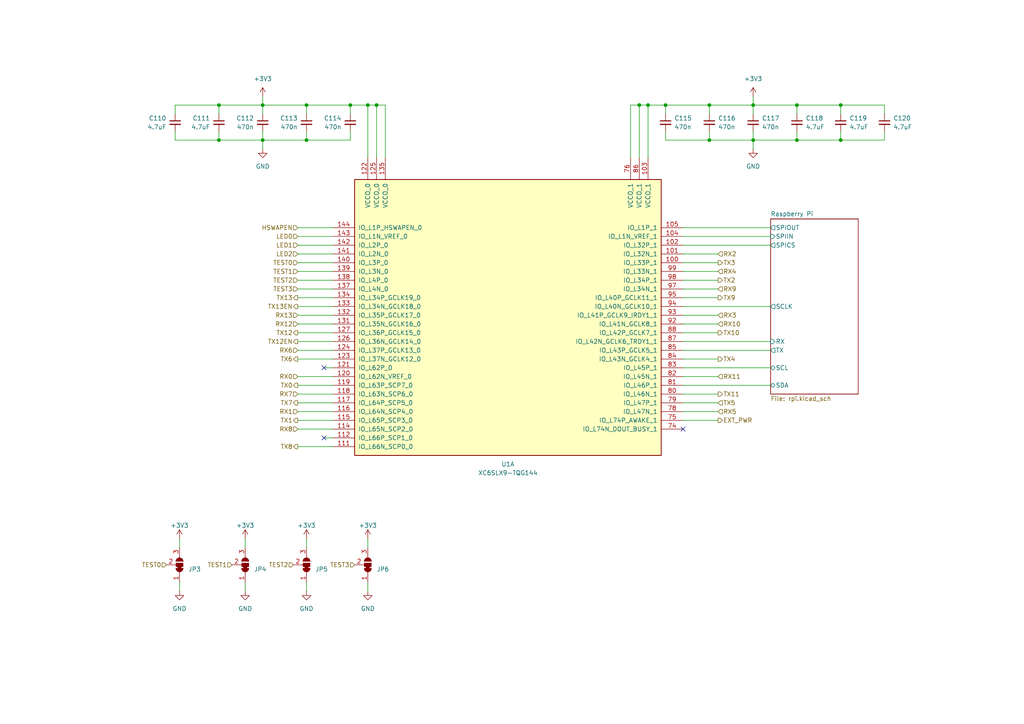
<source format=kicad_sch>
(kicad_sch (version 20250114) (generator "eeschema") (generator_version "9.0")
  (paper "A4")
  (lib_symbols
    (symbol "Device:C_Small" (pin_numbers (hide yes)) (pin_names (offset 0.254) (hide yes))
      (property "Reference" "C" (at 0.254 1.778 0))
      (property "Value" "C_Small" (at 0.254 -2.032 0))
      (symbol "C_Small_0_1"
        (polyline (pts (xy -1.524 0.508) (xy 1.524 0.508)) (stroke (width 0.3048)))
        (polyline (pts (xy -1.524 -0.508) (xy 1.524 -0.508)) (stroke (width 0.3302)))
      )
      (symbol "C_Small_1_1"
        (pin passive line (at 0 2.54 270) (length 2.032) (name "~") (number "1"))
        (pin passive line (at 0 -2.54 90) (length 2.032) (name "~") (number "2"))
      )
    )
    (symbol "FPGA_Xilinx_Spartan6:XC6SLX9-TQG144" (pin_names (offset 1.016))
      (property "Reference" "U" (at 0 1.27 0))
      (property "Value" "XC6SLX9-TQG144" (at 0 -1.27 0))
      (symbol "XC6SLX9-TQG144_1_1"
        (rectangle (start -44.45 36.83) (end 44.45 -43.18) (stroke (width 0.254)) (fill (type background)))
        (pin bidirectional line (at -50.8 22.86 0) (length 6.35) (name "IO_L1P_HSWAPEN_0") (number "144"))
        (pin bidirectional line (at -50.8 20.32 0) (length 6.35) (name "IO_L1N_VREF_0") (number "143"))
        (pin bidirectional line (at -50.8 17.78 0) (length 6.35) (name "IO_L2P_0") (number "142"))
        (pin bidirectional line (at -50.8 15.24 0) (length 6.35) (name "IO_L2N_0") (number "141"))
        (pin bidirectional line (at -50.8 12.7 0) (length 6.35) (name "IO_L3P_0") (number "140"))
        (pin bidirectional line (at -50.8 10.16 0) (length 6.35) (name "IO_L3N_0") (number "139"))
        (pin bidirectional line (at -50.8 7.62 0) (length 6.35) (name "IO_L4P_0") (number "138"))
        (pin bidirectional line (at -50.8 5.08 0) (length 6.35) (name "IO_L4N_0") (number "137"))
        (pin bidirectional line (at -50.8 2.54 0) (length 6.35) (name "IO_L34P_GCLK19_0") (number "134"))
        (pin bidirectional line (at -50.8 0 0) (length 6.35) (name "IO_L34N_GCLK18_0") (number "133"))
        (pin bidirectional line (at -50.8 -2.54 0) (length 6.35) (name "IO_L35P_GCLK17_0") (number "132"))
        (pin bidirectional line (at -50.8 -5.08 0) (length 6.35) (name "IO_L35N_GCLK16_0") (number "131"))
        (pin bidirectional line (at -50.8 -7.62 0) (length 6.35) (name "IO_L36P_GCLK15_0") (number "127"))
        (pin bidirectional line (at -50.8 -10.16 0) (length 6.35) (name "IO_L36N_GCLK14_0") (number "126"))
        (pin bidirectional line (at -50.8 -12.7 0) (length 6.35) (name "IO_L37P_GCLK13_0") (number "124"))
        (pin bidirectional line (at -50.8 -15.24 0) (length 6.35) (name "IO_L37N_GCLK12_0") (number "123"))
        (pin bidirectional line (at -50.8 -17.78 0) (length 6.35) (name "IO_L62P_0") (number "121"))
        (pin bidirectional line (at -50.8 -20.32 0) (length 6.35) (name "IO_L62N_VREF_0") (number "120"))
        (pin bidirectional line (at -50.8 -22.86 0) (length 6.35) (name "IO_L63P_SCP7_0") (number "119"))
        (pin bidirectional line (at -50.8 -25.4 0) (length 6.35) (name "IO_L63N_SCP6_0") (number "118"))
        (pin bidirectional line (at -50.8 -27.94 0) (length 6.35) (name "IO_L64P_SCP5_0") (number "117"))
        (pin bidirectional line (at -50.8 -30.48 0) (length 6.35) (name "IO_L64N_SCP4_0") (number "116"))
        (pin bidirectional line (at -50.8 -33.02 0) (length 6.35) (name "IO_L65P_SCP3_0") (number "115"))
        (pin bidirectional line (at -50.8 -35.56 0) (length 6.35) (name "IO_L65N_SCP2_0") (number "114"))
        (pin bidirectional line (at -50.8 -38.1 0) (length 6.35) (name "IO_L66P_SCP1_0") (number "112"))
        (pin bidirectional line (at -50.8 -40.64 0) (length 6.35) (name "IO_L66N_SCP0_0") (number "111"))
        (pin power_in line (at -40.64 43.18 270) (length 6.35) (name "VCCO_0") (number "122"))
        (pin power_in line (at -38.1 43.18 270) (length 6.35) (name "VCCO_0") (number "125"))
        (pin power_in line (at -35.56 43.18 270) (length 6.35) (name "VCCO_0") (number "135"))
        (pin power_in line (at 35.56 43.18 270) (length 6.35) (name "VCCO_1") (number "76"))
        (pin power_in line (at 38.1 43.18 270) (length 6.35) (name "VCCO_1") (number "86"))
        (pin power_in line (at 40.64 43.18 270) (length 6.35) (name "VCCO_1") (number "103"))
        (pin bidirectional line (at 50.8 22.86 180) (length 6.35) (name "IO_L1P_1") (number "105"))
        (pin bidirectional line (at 50.8 20.32 180) (length 6.35) (name "IO_L1N_VREF_1") (number "104"))
        (pin bidirectional line (at 50.8 17.78 180) (length 6.35) (name "IO_L32P_1") (number "102"))
        (pin bidirectional line (at 50.8 15.24 180) (length 6.35) (name "IO_L32N_1") (number "101"))
        (pin bidirectional line (at 50.8 12.7 180) (length 6.35) (name "IO_L33P_1") (number "100"))
        (pin bidirectional line (at 50.8 10.16 180) (length 6.35) (name "IO_L33N_1") (number "99"))
        (pin bidirectional line (at 50.8 7.62 180) (length 6.35) (name "IO_L34P_1") (number "98"))
        (pin bidirectional line (at 50.8 5.08 180) (length 6.35) (name "IO_L34N_1") (number "97"))
        (pin bidirectional line (at 50.8 2.54 180) (length 6.35) (name "IO_L40P_GCLK11_1") (number "95"))
        (pin bidirectional line (at 50.8 0 180) (length 6.35) (name "IO_L40N_GCLK10_1") (number "94"))
        (pin bidirectional line (at 50.8 -2.54 180) (length 6.35) (name "IO_L41P_GCLK9_IRDY1_1") (number "93"))
        (pin bidirectional line (at 50.8 -5.08 180) (length 6.35) (name "IO_L41N_GCLK8_1") (number "92"))
        (pin bidirectional line (at 50.8 -7.62 180) (length 6.35) (name "IO_L42P_GCLK7_1") (number "88"))
        (pin bidirectional line (at 50.8 -10.16 180) (length 6.35) (name "IO_L42N_GCLK6_TRDY1_1") (number "87"))
        (pin bidirectional line (at 50.8 -12.7 180) (length 6.35) (name "IO_L43P_GCLK5_1") (number "85"))
        (pin bidirectional line (at 50.8 -15.24 180) (length 6.35) (name "IO_L43N_GCLK4_1") (number "84"))
        (pin bidirectional line (at 50.8 -17.78 180) (length 6.35) (name "IO_L45P_1") (number "83"))
        (pin bidirectional line (at 50.8 -20.32 180) (length 6.35) (name "IO_L45N_1") (number "82"))
        (pin bidirectional line (at 50.8 -22.86 180) (length 6.35) (name "IO_L46P_1") (number "81"))
        (pin bidirectional line (at 50.8 -25.4 180) (length 6.35) (name "IO_L46N_1") (number "80"))
        (pin bidirectional line (at 50.8 -27.94 180) (length 6.35) (name "IO_L47P_1") (number "79"))
        (pin bidirectional line (at 50.8 -30.48 180) (length 6.35) (name "IO_L47N_1") (number "78"))
        (pin bidirectional line (at 50.8 -33.02 180) (length 6.35) (name "IO_L74P_AWAKE_1") (number "75"))
        (pin bidirectional line (at 50.8 -35.56 180) (length 6.35) (name "IO_L74N_DOUT_BUSY_1") (number "74"))
      )
      (symbol "XC6SLX9-TQG144_2_1"
        (rectangle (start -44.45 36.83) (end 44.45 -43.18) (stroke (width 0.254)) (fill (type background)))
        (pin bidirectional line (at -50.8 22.86 0) (length 6.35) (name "IO_L1P_CCLK_2") (number "70"))
        (pin bidirectional line (at -50.8 20.32 0) (length 6.35) (name "IO_L1N_M0_CMPMISO_2") (number "69"))
        (pin bidirectional line (at -50.8 17.78 0) (length 6.35) (name "IO_L2P_CMPCLK_2") (number "67"))
        (pin bidirectional line (at -50.8 15.24 0) (length 6.35) (name "IO_L2N_CMPMOSI_2") (number "66"))
        (pin bidirectional line (at -50.8 12.7 0) (length 6.35) (name "IO_L3P_D0_DIN_MISO_MISO1_2") (number "65"))
        (pin bidirectional line (at -50.8 10.16 0) (length 6.35) (name "IO_L3N_MOSI_CSI_B_MISO0_2") (number "64"))
        (pin bidirectional line (at -50.8 7.62 0) (length 6.35) (name "IO_L12P_D1_MISO2_2") (number "62"))
        (pin bidirectional line (at -50.8 5.08 0) (length 6.35) (name "IO_L12N_D2_MISO3_2") (number "61"))
        (pin bidirectional line (at -50.8 2.54 0) (length 6.35) (name "IO_L13P_M1_2") (number "60"))
        (pin bidirectional line (at -50.8 0 0) (length 6.35) (name "IO_L13N_D10_2") (number "59"))
        (pin bidirectional line (at -50.8 -2.54 0) (length 6.35) (name "IO_L14P_D11_2") (number "58"))
        (pin bidirectional line (at -50.8 -5.08 0) (length 6.35) (name "IO_L14N_D12_2") (number "57"))
        (pin bidirectional line (at -50.8 -7.62 0) (length 6.35) (name "IO_L30P_GCLK1_D13_2") (number "56"))
        (pin bidirectional line (at -50.8 -10.16 0) (length 6.35) (name "IO_L30N_GCLK0_USERCCLK_2") (number "55"))
        (pin bidirectional line (at -50.8 -12.7 0) (length 6.35) (name "IO_L31P_GCLK31_D14_2") (number "51"))
        (pin bidirectional line (at -50.8 -15.24 0) (length 6.35) (name "IO_L31N_GCLK30_D15_2") (number "50"))
        (pin bidirectional line (at -50.8 -17.78 0) (length 6.35) (name "IO_L48P_D7_2") (number "48"))
        (pin bidirectional line (at -50.8 -20.32 0) (length 6.35) (name "IO_L48N_RDWR_B_VREF_2") (number "47"))
        (pin bidirectional line (at -50.8 -22.86 0) (length 6.35) (name "IO_L49P_D3_2") (number "46"))
        (pin bidirectional line (at -50.8 -25.4 0) (length 6.35) (name "IO_L49N_D4_2") (number "45"))
        (pin bidirectional line (at -50.8 -27.94 0) (length 6.35) (name "IO_L62P_D5_2") (number "44"))
        (pin bidirectional line (at -50.8 -30.48 0) (length 6.35) (name "IO_L62N_D6_2") (number "43"))
        (pin bidirectional line (at -50.8 -33.02 0) (length 6.35) (name "IO_L64P_D8_2") (number "41"))
        (pin bidirectional line (at -50.8 -35.56 0) (length 6.35) (name "IO_L64N_D9_2") (number "40"))
        (pin bidirectional line (at -50.8 -38.1 0) (length 6.35) (name "IO_L65P_INIT_B_2") (number "39"))
        (pin bidirectional line (at -50.8 -40.64 0) (length 6.35) (name "IO_L65N_CSO_B_2") (number "38"))
        (pin power_in line (at -40.64 43.18 270) (length 6.35) (name "VCCO_2") (number "42"))
        (pin power_in line (at -38.1 43.18 270) (length 6.35) (name "VCCO_2") (number "63"))
        (pin power_in line (at 35.56 43.18 270) (length 6.35) (name "VCCO_3") (number "4"))
        (pin power_in line (at 38.1 43.18 270) (length 6.35) (name "VCCO_3") (number "18"))
        (pin power_in line (at 40.64 43.18 270) (length 6.35) (name "VCCO_3") (number "31"))
        (pin bidirectional line (at 50.8 22.86 180) (length 6.35) (name "IO_L1P_3") (number "35"))
        (pin bidirectional line (at 50.8 20.32 180) (length 6.35) (name "IO_L1N_VREF_3") (number "34"))
        (pin bidirectional line (at 50.8 17.78 180) (length 6.35) (name "IO_L2P_3") (number "33"))
        (pin bidirectional line (at 50.8 15.24 180) (length 6.35) (name "IO_L2N_3") (number "32"))
        (pin bidirectional line (at 50.8 12.7 180) (length 6.35) (name "IO_L36P_3") (number "30"))
        (pin bidirectional line (at 50.8 10.16 180) (length 6.35) (name "IO_L36N_3") (number "29"))
        (pin bidirectional line (at 50.8 7.62 180) (length 6.35) (name "IO_L37P_3") (number "27"))
        (pin bidirectional line (at 50.8 5.08 180) (length 6.35) (name "IO_L37N_3") (number "26"))
        (pin bidirectional line (at 50.8 2.54 180) (length 6.35) (name "IO_L41P_GCLK27_3") (number "24"))
        (pin bidirectional line (at 50.8 0 180) (length 6.35) (name "IO_L41N_GCLK26_3") (number "23"))
        (pin bidirectional line (at 50.8 -2.54 180) (length 6.35) (name "IO_L42P_GCLK25_TRDY2_3") (number "22"))
        (pin bidirectional line (at 50.8 -5.08 180) (length 6.35) (name "IO_L42N_GCLK24_3") (number "21"))
        (pin bidirectional line (at 50.8 -7.62 180) (length 6.35) (name "IO_L43P_GCLK23_3") (number "17"))
        (pin bidirectional line (at 50.8 -10.16 180) (length 6.35) (name "IO_L43N_GCLK22_IRDY2_3") (number "16"))
        (pin bidirectional line (at 50.8 -12.7 180) (length 6.35) (name "IO_L44P_GCLK21_3") (number "15"))
        (pin bidirectional line (at 50.8 -15.24 180) (length 6.35) (name "IO_L44N_GCLK20_3") (number "14"))
        (pin bidirectional line (at 50.8 -17.78 180) (length 6.35) (name "IO_L49P_3") (number "12"))
        (pin bidirectional line (at 50.8 -20.32 180) (length 6.35) (name "IO_L49N_3") (number "11"))
        (pin bidirectional line (at 50.8 -22.86 180) (length 6.35) (name "IO_L50P_3") (number "10"))
        (pin bidirectional line (at 50.8 -25.4 180) (length 6.35) (name "IO_L50N_3") (number "9"))
        (pin bidirectional line (at 50.8 -27.94 180) (length 6.35) (name "IO_L51P_3") (number "8"))
        (pin bidirectional line (at 50.8 -30.48 180) (length 6.35) (name "IO_L51N_3") (number "7"))
        (pin bidirectional line (at 50.8 -33.02 180) (length 6.35) (name "IO_L52P_3") (number "6"))
        (pin bidirectional line (at 50.8 -35.56 180) (length 6.35) (name "IO_L52N_3") (number "5"))
        (pin bidirectional line (at 50.8 -38.1 180) (length 6.35) (name "IO_L83P_3") (number "2"))
        (pin bidirectional line (at 50.8 -40.64 180) (length 6.35) (name "IO_L83N_VREF_3") (number "1"))
      )
      (symbol "XC6SLX9-TQG144_3_1"
        (rectangle (start -31.75 15.24) (end 31.75 -15.24) (stroke (width 0.254)) (fill (type background)))
        (pin bidirectional line (at 38.1 12.7 180) (length 6.35) (name "TDI") (number "110"))
        (pin bidirectional line (at 38.1 10.16 180) (length 6.35) (name "TDO") (number "106"))
        (pin bidirectional line (at 38.1 7.62 180) (length 6.35) (name "TMS") (number "107"))
        (pin bidirectional line (at 38.1 5.08 180) (length 6.35) (name "TCK") (number "109"))
        (pin bidirectional line (at 38.1 0 180) (length 6.35) (name "DONE_2") (number "71"))
        (pin bidirectional line (at 38.1 -2.54 180) (length 6.35) (name "PROGRAM_B_2") (number "37"))
        (pin bidirectional line (at 38.1 -7.62 180) (length 6.35) (name "SUSPEND") (number "73"))
        (pin bidirectional line (at 38.1 -12.7 180) (length 6.35) (name "CMPCS_B_2") (number "72"))
      )
      (symbol "XC6SLX9-TQG144_4_1"
        (rectangle (start -19.05 17.78) (end 19.05 -17.78) (stroke (width 0.254)) (fill (type background)))
        (pin power_in line (at -25.4 15.24 0) (length 6.35) (name "VCCAUX") (number "20"))
        (pin power_in line (at -25.4 12.7 0) (length 6.35) (name "VCCAUX") (number "36"))
        (pin power_in line (at -25.4 10.16 0) (length 6.35) (name "VCCAUX") (number "53"))
        (pin power_in line (at -25.4 7.62 0) (length 6.35) (name "VCCAUX") (number "90"))
        (pin power_in line (at -25.4 5.08 0) (length 6.35) (name "VCCAUX") (number "129"))
        (pin power_in line (at -25.4 0 0) (length 6.35) (name "GND") (number "3"))
        (pin power_in line (at -25.4 -2.54 0) (length 6.35) (name "GND") (number "13"))
        (pin power_in line (at -25.4 -5.08 0) (length 6.35) (name "GND") (number "25"))
        (pin power_in line (at -25.4 -7.62 0) (length 6.35) (name "GND") (number "49"))
        (pin power_in line (at -25.4 -10.16 0) (length 6.35) (name "GND") (number "54"))
        (pin power_in line (at -25.4 -12.7 0) (length 6.35) (name "GND") (number "68"))
        (pin power_in line (at -25.4 -15.24 0) (length 6.35) (name "GND") (number "77"))
        (pin power_in line (at 25.4 15.24 180) (length 6.35) (name "VCCINT") (number "19"))
        (pin power_in line (at 25.4 12.7 180) (length 6.35) (name "VCCINT") (number "28"))
        (pin power_in line (at 25.4 10.16 180) (length 6.35) (name "VCCINT") (number "52"))
        (pin power_in line (at 25.4 7.62 180) (length 6.35) (name "VCCINT") (number "89"))
        (pin power_in line (at 25.4 5.08 180) (length 6.35) (name "VCCINT") (number "128"))
        (pin power_in line (at 25.4 -2.54 180) (length 6.35) (name "GND") (number "91"))
        (pin power_in line (at 25.4 -5.08 180) (length 6.35) (name "GND") (number "96"))
        (pin power_in line (at 25.4 -7.62 180) (length 6.35) (name "GND") (number "108"))
        (pin power_in line (at 25.4 -10.16 180) (length 6.35) (name "GND") (number "113"))
        (pin power_in line (at 25.4 -12.7 180) (length 6.35) (name "GND") (number "130"))
        (pin power_in line (at 25.4 -15.24 180) (length 6.35) (name "GND") (number "136"))
      )
    )
    (symbol "Jumper:SolderJumper_3_Bridged12" (pin_names (offset 0) (hide yes)) (exclude_from_sim yes) (in_bom no)
      (property "Reference" "JP" (at -2.54 -2.54 0))
      (property "Value" "SolderJumper_3_Bridged12" (at 0 2.794 0))
      (symbol "SolderJumper_3_Bridged12_0_1"
        (polyline (pts (xy -2.54 0) (xy -2.032 0)))
        (polyline (pts (xy -1.016 1.016) (xy -1.016 -1.016)))
        (rectangle (start -1.016 0.508) (end -0.508 -0.508) (fill (type outline)))
        (arc (start -1.016 -1.016) (mid -2.0276 0) (end -1.016 1.016))
        (arc (start -1.016 -1.016) (mid -2.0276 0) (end -1.016 1.016) (fill (type outline)))
        (rectangle (start -0.508 1.016) (end 0.508 -1.016) (fill (type outline)))
        (polyline (pts (xy 0 -1.27) (xy 0 -1.016)))
        (arc (start 1.016 1.016) (mid 2.0276 0) (end 1.016 -1.016))
        (arc (start 1.016 1.016) (mid 2.0276 0) (end 1.016 -1.016) (fill (type outline)))
        (polyline (pts (xy 1.016 1.016) (xy 1.016 -1.016)))
        (polyline (pts (xy 2.54 0) (xy 2.032 0)))
      )
      (symbol "SolderJumper_3_Bridged12_1_1"
        (pin passive line (at -5.08 0 0) (length 2.54) (name "A") (number "1"))
        (pin passive line (at 0 -3.81 90) (length 2.54) (name "C") (number "2"))
        (pin passive line (at 5.08 0 180) (length 2.54) (name "B") (number "3"))
      )
    )
    (symbol "power:+3V3" (power) (pin_numbers (hide yes)) (pin_names (offset 0) (hide yes))
      (property "Value" "+3V3" (at 0 3.556 0))
      (symbol "+3V3_0_1"
        (polyline (pts (xy -0.762 1.27) (xy 0 2.54)))
        (polyline (pts (xy 0 2.54) (xy 0.762 1.27)))
        (polyline (pts (xy 0 0) (xy 0 2.54)))
      )
      (symbol "+3V3_1_1"
        (pin power_in line (at 0 0 90) (length 0) (name "~") (number "1"))
      )
    )
    (symbol "power:GND" (power) (pin_numbers (hide yes)) (pin_names (offset 0) (hide yes))
      (property "Value" "GND" (at 0 -3.81 0))
      (symbol "GND_0_1"
        (polyline (pts (xy 0 0) (xy 0 -1.27) (xy 1.27 -1.27) (xy 0 -2.54) (xy -1.27 -1.27) (xy 0 -1.27)))
      )
      (symbol "GND_1_1"
        (pin power_in line (at 0 0 270) (length 0) (name "~") (number "1"))
      )
    )
  )
  (junction (at 218.44 40.64))
  (junction (at 101.6 30.48))
  (junction (at 231.14 30.48))
  (junction (at 187.96 30.48))
  (junction (at 243.84 40.64))
  (junction (at 205.74 30.48))
  (junction (at 193.04 30.48))
  (junction (at 218.44 30.48))
  (junction (at 63.5 30.48))
  (junction (at 88.9 40.64))
  (junction (at 243.84 30.48))
  (junction (at 205.74 40.64))
  (junction (at 106.68 30.48))
  (junction (at 88.9 30.48))
  (junction (at 231.14 40.64))
  (junction (at 76.2 40.64))
  (junction (at 109.22 30.48))
  (junction (at 185.42 30.48))
  (junction (at 76.2 30.48))
  (junction (at 63.5 40.64))
  (no_connect (at 93.98 127))
  (no_connect (at 198.12 124.46))
  (no_connect (at 93.98 106.68))
  (wire (pts (xy 76.2 30.48) (xy 76.2 33.02)))
  (wire (pts (xy 50.8 40.64) (xy 63.5 40.64)))
  (wire (pts (xy 198.12 121.92) (xy 208.28 121.92)))
  (wire (pts (xy 256.54 40.64) (xy 243.84 40.64)))
  (wire (pts (xy 86.36 86.36) (xy 96.52 86.36)))
  (wire (pts (xy 93.98 106.68) (xy 96.52 106.68)))
  (wire (pts (xy 182.88 30.48) (xy 185.42 30.48)))
  (wire (pts (xy 63.5 38.1) (xy 63.5 40.64)))
  (wire (pts (xy 111.76 30.48) (xy 109.22 30.48)))
  (wire (pts (xy 198.12 111.76) (xy 223.52 111.76)))
  (wire (pts (xy 86.36 83.82) (xy 96.52 83.82)))
  (wire (pts (xy 218.44 40.64) (xy 218.44 38.1)))
  (wire (pts (xy 243.84 33.02) (xy 243.84 30.48)))
  (wire (pts (xy 86.36 111.76) (xy 96.52 111.76)))
  (wire (pts (xy 256.54 38.1) (xy 256.54 40.64)))
  (wire (pts (xy 193.04 40.64) (xy 205.74 40.64)))
  (wire (pts (xy 86.36 71.12) (xy 96.52 71.12)))
  (wire (pts (xy 198.12 88.9) (xy 223.52 88.9)))
  (wire (pts (xy 76.2 40.64) (xy 76.2 38.1)))
  (wire (pts (xy 88.9 30.48) (xy 76.2 30.48)))
  (wire (pts (xy 86.36 104.14) (xy 96.52 104.14)))
  (wire (pts (xy 86.36 66.04) (xy 96.52 66.04)))
  (wire (pts (xy 198.12 73.66) (xy 208.28 73.66)))
  (wire (pts (xy 93.98 127) (xy 96.52 127)))
  (wire (pts (xy 205.74 30.48) (xy 205.74 33.02)))
  (wire (pts (xy 86.36 68.58) (xy 96.52 68.58)))
  (wire (pts (xy 109.22 30.48) (xy 106.68 30.48)))
  (wire (pts (xy 205.74 40.64) (xy 218.44 40.64)))
  (wire (pts (xy 198.12 96.52) (xy 208.28 96.52)))
  (wire (pts (xy 88.9 168.91) (xy 88.9 171.45)))
  (wire (pts (xy 205.74 30.48) (xy 218.44 30.48)))
  (wire (pts (xy 88.9 30.48) (xy 88.9 33.02)))
  (wire (pts (xy 198.12 83.82) (xy 208.28 83.82)))
  (wire (pts (xy 198.12 86.36) (xy 208.28 86.36)))
  (wire (pts (xy 198.12 109.22) (xy 208.28 109.22)))
  (wire (pts (xy 71.12 168.91) (xy 71.12 171.45)))
  (wire (pts (xy 198.12 101.6) (xy 223.52 101.6)))
  (wire (pts (xy 243.84 40.64) (xy 231.14 40.64)))
  (wire (pts (xy 198.12 93.98) (xy 208.28 93.98)))
  (wire (pts (xy 198.12 71.12) (xy 223.52 71.12)))
  (wire (pts (xy 86.36 129.54) (xy 96.52 129.54)))
  (wire (pts (xy 109.22 30.48) (xy 109.22 45.72)))
  (wire (pts (xy 71.12 156.21) (xy 71.12 158.75)))
  (wire (pts (xy 231.14 30.48) (xy 243.84 30.48)))
  (wire (pts (xy 52.07 168.91) (xy 52.07 171.45)))
  (wire (pts (xy 198.12 99.06) (xy 223.52 99.06)))
  (wire (pts (xy 63.5 30.48) (xy 76.2 30.48)))
  (wire (pts (xy 198.12 104.14) (xy 208.28 104.14)))
  (wire (pts (xy 101.6 30.48) (xy 101.6 33.02)))
  (wire (pts (xy 198.12 66.04) (xy 223.52 66.04)))
  (wire (pts (xy 231.14 40.64) (xy 218.44 40.64)))
  (wire (pts (xy 198.12 114.3) (xy 208.28 114.3)))
  (wire (pts (xy 76.2 27.94) (xy 76.2 30.48)))
  (wire (pts (xy 86.36 93.98) (xy 96.52 93.98)))
  (wire (pts (xy 218.44 40.64) (xy 218.44 43.18)))
  (wire (pts (xy 198.12 78.74) (xy 208.28 78.74)))
  (wire (pts (xy 193.04 38.1) (xy 193.04 40.64)))
  (wire (pts (xy 106.68 168.91) (xy 106.68 171.45)))
  (wire (pts (xy 86.36 88.9) (xy 96.52 88.9)))
  (wire (pts (xy 111.76 30.48) (xy 111.76 45.72)))
  (wire (pts (xy 185.42 30.48) (xy 187.96 30.48)))
  (wire (pts (xy 198.12 91.44) (xy 208.28 91.44)))
  (wire (pts (xy 50.8 30.48) (xy 63.5 30.48)))
  (wire (pts (xy 86.36 99.06) (xy 96.52 99.06)))
  (wire (pts (xy 187.96 30.48) (xy 193.04 30.48)))
  (wire (pts (xy 218.44 27.94) (xy 218.44 30.48)))
  (wire (pts (xy 86.36 114.3) (xy 96.52 114.3)))
  (wire (pts (xy 198.12 119.38) (xy 208.28 119.38)))
  (wire (pts (xy 101.6 30.48) (xy 88.9 30.48)))
  (wire (pts (xy 86.36 78.74) (xy 96.52 78.74)))
  (wire (pts (xy 198.12 76.2) (xy 208.28 76.2)))
  (wire (pts (xy 218.44 30.48) (xy 218.44 33.02)))
  (wire (pts (xy 86.36 81.28) (xy 96.52 81.28)))
  (wire (pts (xy 193.04 30.48) (xy 193.04 33.02)))
  (wire (pts (xy 63.5 33.02) (xy 63.5 30.48)))
  (wire (pts (xy 88.9 40.64) (xy 76.2 40.64)))
  (wire (pts (xy 106.68 30.48) (xy 106.68 45.72)))
  (wire (pts (xy 86.36 91.44) (xy 96.52 91.44)))
  (wire (pts (xy 243.84 30.48) (xy 256.54 30.48)))
  (wire (pts (xy 86.36 109.22) (xy 96.52 109.22)))
  (wire (pts (xy 50.8 33.02) (xy 50.8 30.48)))
  (wire (pts (xy 88.9 38.1) (xy 88.9 40.64)))
  (wire (pts (xy 193.04 30.48) (xy 205.74 30.48)))
  (wire (pts (xy 256.54 33.02) (xy 256.54 30.48)))
  (wire (pts (xy 101.6 40.64) (xy 88.9 40.64)))
  (wire (pts (xy 86.36 124.46) (xy 96.52 124.46)))
  (wire (pts (xy 231.14 38.1) (xy 231.14 40.64)))
  (wire (pts (xy 231.14 33.02) (xy 231.14 30.48)))
  (wire (pts (xy 243.84 38.1) (xy 243.84 40.64)))
  (wire (pts (xy 86.36 121.92) (xy 96.52 121.92)))
  (wire (pts (xy 88.9 156.21) (xy 88.9 158.75)))
  (wire (pts (xy 182.88 30.48) (xy 182.88 45.72)))
  (wire (pts (xy 50.8 38.1) (xy 50.8 40.64)))
  (wire (pts (xy 86.36 96.52) (xy 96.52 96.52)))
  (wire (pts (xy 86.36 76.2) (xy 96.52 76.2)))
  (wire (pts (xy 198.12 106.68) (xy 223.52 106.68)))
  (wire (pts (xy 86.36 101.6) (xy 96.52 101.6)))
  (wire (pts (xy 198.12 116.84) (xy 208.28 116.84)))
  (wire (pts (xy 52.07 156.21) (xy 52.07 158.75)))
  (wire (pts (xy 106.68 30.48) (xy 101.6 30.48)))
  (wire (pts (xy 185.42 30.48) (xy 185.42 45.72)))
  (wire (pts (xy 86.36 119.38) (xy 96.52 119.38)))
  (wire (pts (xy 63.5 40.64) (xy 76.2 40.64)))
  (wire (pts (xy 205.74 38.1) (xy 205.74 40.64)))
  (wire (pts (xy 231.14 30.48) (xy 218.44 30.48)))
  (wire (pts (xy 198.12 81.28) (xy 208.28 81.28)))
  (wire (pts (xy 187.96 30.48) (xy 187.96 45.72)))
  (wire (pts (xy 106.68 156.21) (xy 106.68 158.75)))
  (wire (pts (xy 198.12 68.58) (xy 223.52 68.58)))
  (wire (pts (xy 86.36 73.66) (xy 96.52 73.66)))
  (wire (pts (xy 86.36 116.84) (xy 96.52 116.84)))
  (wire (pts (xy 101.6 38.1) (xy 101.6 40.64)))
  (wire (pts (xy 76.2 40.64) (xy 76.2 43.18)))
  (hierarchical_label "TX11" (shape output) (at 208.28 114.3 0))
  (hierarchical_label "TEST1" (shape input) (at 67.31 163.83 180))
  (hierarchical_label "TEST0" (shape input) (at 86.36 76.2 180))
  (hierarchical_label "RX1" (shape input) (at 86.36 119.38 180))
  (hierarchical_label "HSWAPEN" (shape input) (at 86.36 66.04 180))
  (hierarchical_label "TX1" (shape output) (at 86.36 121.92 180))
  (hierarchical_label "RX6" (shape input) (at 86.36 101.6 180))
  (hierarchical_label "RX0" (shape input) (at 86.36 109.22 180))
  (hierarchical_label "EXT_PWR" (shape output) (at 208.28 121.92 0))
  (hierarchical_label "RX10" (shape input) (at 208.28 93.98 0))
  (hierarchical_label "RX12" (shape input) (at 86.36 93.98 180))
  (hierarchical_label "TEST1" (shape input) (at 86.36 78.74 180))
  (hierarchical_label "RX2" (shape input) (at 208.28 73.66 0))
  (hierarchical_label "RX5" (shape input) (at 208.28 119.38 0))
  (hierarchical_label "TX7" (shape output) (at 86.36 116.84 180))
  (hierarchical_label "TX4" (shape output) (at 208.28 104.14 0))
  (hierarchical_label "TX2" (shape output) (at 208.28 81.28 0))
  (hierarchical_label "TX5" (shape input) (at 208.28 116.84 0))
  (hierarchical_label "RX13" (shape input) (at 86.36 91.44 180))
  (hierarchical_label "TEST2" (shape input) (at 85.09 163.83 180))
  (hierarchical_label "LED1" (shape input) (at 86.36 71.12 180))
  (hierarchical_label "TEST2" (shape input) (at 86.36 81.28 180))
  (hierarchical_label "TX0" (shape output) (at 86.36 111.76 180))
  (hierarchical_label "RX3" (shape input) (at 208.28 91.44 0))
  (hierarchical_label "TEST3" (shape input) (at 86.36 83.82 180))
  (hierarchical_label "RX7" (shape input) (at 86.36 114.3 180))
  (hierarchical_label "TEST0" (shape input) (at 48.26 163.83 180))
  (hierarchical_label "TX9" (shape output) (at 208.28 86.36 0))
  (hierarchical_label "LED2" (shape input) (at 86.36 73.66 180))
  (hierarchical_label "RX8" (shape input) (at 86.36 124.46 180))
  (hierarchical_label "TX13" (shape output) (at 86.36 86.36 180))
  (hierarchical_label "RX11" (shape input) (at 208.28 109.22 0))
  (hierarchical_label "RX4" (shape input) (at 208.28 78.74 0))
  (hierarchical_label "TX12" (shape output) (at 86.36 96.52 180))
  (hierarchical_label "RX9" (shape input) (at 208.28 83.82 0))
  (hierarchical_label "TEST3" (shape input) (at 102.87 163.83 180))
  (hierarchical_label "TX8" (shape output) (at 86.36 129.54 180))
  (hierarchical_label "LED0" (shape input) (at 86.36 68.58 180))
  (hierarchical_label "TX6" (shape output) (at 86.36 104.14 180))
  (hierarchical_label "TX13EN" (shape output) (at 86.36 88.9 180))
  (hierarchical_label "TX3" (shape output) (at 208.28 76.2 0))
  (hierarchical_label "TX10" (shape output) (at 208.28 96.52 0))
  (hierarchical_label "TX12EN" (shape output) (at 86.36 99.06 180))
  (symbol (lib_id "Device:C_Small") (at 101.6 35.56 0) (mirror y) (unit 1)
    (property "Reference" "C114" (at 99.06 34.2962 0) (effects (justify left)))
    (property "Value" "470n" (at 99.06 36.8362 0) (effects (justify left)))
    (property "Footprint" "Capacitor_SMD:C_0603_1608Metric" (effects (hide yes)))
    (property "Description" "Unpolarized capacitor, small symbol" (effects (hide yes)))
  )
  (symbol (lib_id "power:GND") (at 76.2 43.18 0) (mirror y) (unit 1)
    (property "Reference" "#PWR0114" (effects (hide yes)))
    (property "Value" "GND" (at 76.2 48.26 0))
    (property "Description" "Power symbol creates a global label with name \"GND\" , ground" (effects (hide yes)))
  )
  (symbol (lib_id "power:GND") (at 52.07 171.45 0) (unit 1)
    (property "Reference" "#PWR0237" (effects (hide yes)))
    (property "Value" "GND" (at 52.07 176.53 0))
    (property "Description" "Power symbol creates a global label with name \"GND\" , ground" (effects (hide yes)))
  )
  (symbol (lib_id "Device:C_Small") (at 88.9 35.56 0) (mirror y) (unit 1)
    (property "Reference" "C113" (at 86.36 34.2962 0) (effects (justify left)))
    (property "Value" "470n" (at 86.36 36.8362 0) (effects (justify left)))
    (property "Footprint" "Capacitor_SMD:C_0603_1608Metric" (effects (hide yes)))
    (property "Description" "Unpolarized capacitor, small symbol" (effects (hide yes)))
  )
  (symbol (lib_id "Device:C_Small") (at 218.44 35.56 0) (unit 1)
    (property "Reference" "C117" (at 220.98 34.2962 0) (effects (justify left)))
    (property "Value" "470n" (at 220.98 36.8362 0) (effects (justify left)))
    (property "Footprint" "Capacitor_SMD:C_0603_1608Metric" (effects (hide yes)))
    (property "Description" "Unpolarized capacitor, small symbol" (effects (hide yes)))
  )
  (symbol (lib_id "Jumper:SolderJumper_3_Bridged12") (at 71.12 163.83 270) (mirror x) (unit 1) (exclude_from_sim yes) (in_bom no)
    (property "Reference" "JP4" (at 73.66 165.1001 90) (effects (justify left)))
    (property "Footprint" "Jumper:SolderJumper-3_P1.3mm_Open_RoundedPad1.0x1.5mm" (effects (hide yes)))
    (property "Description" "3-pole Solder Jumper, pins 1+2 closed/bridged" (effects (hide yes)))
  )
  (symbol (lib_id "Device:C_Small") (at 76.2 35.56 0) (mirror y) (unit 1)
    (property "Reference" "C112" (at 73.66 34.2962 0) (effects (justify left)))
    (property "Value" "470n" (at 73.66 36.8362 0) (effects (justify left)))
    (property "Footprint" "Capacitor_SMD:C_0603_1608Metric" (effects (hide yes)))
    (property "Description" "Unpolarized capacitor, small symbol" (effects (hide yes)))
  )
  (symbol (lib_id "power:+3V3") (at 88.9 156.21 0) (unit 1)
    (property "Reference" "#PWR0240" (effects (hide yes)))
    (property "Value" "+3V3" (at 88.9 152.4 0))
    (property "Description" "Power symbol creates a global label with name \"+3V3\"" (effects (hide yes)))
  )
  (symbol (lib_id "Device:C_Small") (at 193.04 35.56 0) (unit 1)
    (property "Reference" "C115" (at 195.58 34.2962 0) (effects (justify left)))
    (property "Value" "470n" (at 195.58 36.8362 0) (effects (justify left)))
    (property "Footprint" "Capacitor_SMD:C_0603_1608Metric" (effects (hide yes)))
    (property "Description" "Unpolarized capacitor, small symbol" (effects (hide yes)))
  )
  (symbol (lib_id "Device:C_Small") (at 231.14 35.56 0) (unit 1)
    (property "Reference" "C118" (at 233.68 34.2962 0) (effects (justify left)))
    (property "Value" "4.7uF" (at 233.68 36.8362 0) (effects (justify left)))
    (property "Footprint" "Capacitor_SMD:C_0603_1608Metric" (effects (hide yes)))
    (property "Description" "Unpolarized capacitor, small symbol" (effects (hide yes)))
  )
  (symbol (lib_id "power:+3V3") (at 71.12 156.21 0) (unit 1)
    (property "Reference" "#PWR0238" (effects (hide yes)))
    (property "Value" "+3V3" (at 71.12 152.4 0))
    (property "Description" "Power symbol creates a global label with name \"+3V3\"" (effects (hide yes)))
  )
  (symbol (lib_id "power:+3V3") (at 52.07 156.21 0) (unit 1)
    (property "Reference" "#PWR0236" (effects (hide yes)))
    (property "Value" "+3V3" (at 52.07 152.4 0))
    (property "Description" "Power symbol creates a global label with name \"+3V3\"" (effects (hide yes)))
  )
  (symbol (lib_id "Device:C_Small") (at 63.5 35.56 0) (mirror y) (unit 1)
    (property "Reference" "C111" (at 60.96 34.2962 0) (effects (justify left)))
    (property "Value" "4.7uF" (at 60.96 36.8362 0) (effects (justify left)))
    (property "Footprint" "Capacitor_SMD:C_0603_1608Metric" (effects (hide yes)))
    (property "Description" "Unpolarized capacitor, small symbol" (effects (hide yes)))
  )
  (symbol (lib_id "power:+3V3") (at 218.44 27.94 0) (unit 1)
    (property "Reference" "#PWR0115" (effects (hide yes)))
    (property "Value" "+3V3" (at 218.44 22.86 0))
    (property "Description" "Power symbol creates a global label with name \"+3V3\"" (effects (hide yes)))
  )
  (symbol (lib_id "Jumper:SolderJumper_3_Bridged12") (at 106.68 163.83 270) (mirror x) (unit 1) (exclude_from_sim yes) (in_bom no)
    (property "Reference" "JP6" (at 109.22 165.1001 90) (effects (justify left)))
    (property "Footprint" "Jumper:SolderJumper-3_P1.3mm_Open_RoundedPad1.0x1.5mm" (effects (hide yes)))
    (property "Description" "3-pole Solder Jumper, pins 1+2 closed/bridged" (effects (hide yes)))
  )
  (symbol (lib_id "Device:C_Small") (at 256.54 35.56 0) (unit 1)
    (property "Reference" "C120" (at 259.08 34.2962 0) (effects (justify left)))
    (property "Value" "4.7uF" (at 259.08 36.8362 0) (effects (justify left)))
    (property "Footprint" "Capacitor_SMD:C_0603_1608Metric" (effects (hide yes)))
    (property "Description" "Unpolarized capacitor, small symbol" (effects (hide yes)))
  )
  (symbol (lib_id "Jumper:SolderJumper_3_Bridged12") (at 52.07 163.83 270) (mirror x) (unit 1) (exclude_from_sim yes) (in_bom no)
    (property "Reference" "JP3" (at 54.61 165.1001 90) (effects (justify left)))
    (property "Footprint" "Jumper:SolderJumper-3_P1.3mm_Open_RoundedPad1.0x1.5mm" (effects (hide yes)))
    (property "Description" "3-pole Solder Jumper, pins 1+2 closed/bridged" (effects (hide yes)))
  )
  (symbol (lib_id "Device:C_Small") (at 243.84 35.56 0) (unit 1)
    (property "Reference" "C119" (at 246.38 34.2962 0) (effects (justify left)))
    (property "Value" "4.7uF" (at 246.38 36.8362 0) (effects (justify left)))
    (property "Footprint" "Capacitor_SMD:C_0603_1608Metric" (effects (hide yes)))
    (property "Description" "Unpolarized capacitor, small symbol" (effects (hide yes)))
  )
  (symbol (lib_id "Device:C_Small") (at 205.74 35.56 0) (unit 1)
    (property "Reference" "C116" (at 208.28 34.2962 0) (effects (justify left)))
    (property "Value" "470n" (at 208.28 36.8362 0) (effects (justify left)))
    (property "Footprint" "Capacitor_SMD:C_0603_1608Metric" (effects (hide yes)))
    (property "Description" "Unpolarized capacitor, small symbol" (effects (hide yes)))
  )
  (symbol (lib_id "power:+3V3") (at 106.68 156.21 0) (unit 1)
    (property "Reference" "#PWR0242" (effects (hide yes)))
    (property "Value" "+3V3" (at 106.68 152.4 0))
    (property "Description" "Power symbol creates a global label with name \"+3V3\"" (effects (hide yes)))
  )
  (symbol (lib_id "Jumper:SolderJumper_3_Bridged12") (at 88.9 163.83 270) (mirror x) (unit 1) (exclude_from_sim yes) (in_bom no)
    (property "Reference" "JP5" (at 91.44 165.1001 90) (effects (justify left)))
    (property "Footprint" "Jumper:SolderJumper-3_P1.3mm_Open_RoundedPad1.0x1.5mm" (effects (hide yes)))
    (property "Description" "3-pole Solder Jumper, pins 1+2 closed/bridged" (effects (hide yes)))
  )
  (symbol (lib_id "power:GND") (at 218.44 43.18 0) (unit 1)
    (property "Reference" "#PWR0116" (effects (hide yes)))
    (property "Value" "GND" (at 218.44 48.26 0))
    (property "Description" "Power symbol creates a global label with name \"GND\" , ground" (effects (hide yes)))
  )
  (symbol (lib_id "power:GND") (at 88.9 171.45 0) (unit 1)
    (property "Reference" "#PWR0241" (effects (hide yes)))
    (property "Value" "GND" (at 88.9 176.53 0))
    (property "Description" "Power symbol creates a global label with name \"GND\" , ground" (effects (hide yes)))
  )
  (symbol (lib_id "power:+3V3") (at 76.2 27.94 0) (mirror y) (unit 1)
    (property "Reference" "#PWR0113" (effects (hide yes)))
    (property "Value" "+3V3" (at 76.2 22.86 0))
    (property "Description" "Power symbol creates a global label with name \"+3V3\"" (effects (hide yes)))
  )
  (symbol (lib_id "power:GND") (at 106.68 171.45 0) (unit 1)
    (property "Reference" "#PWR0243" (effects (hide yes)))
    (property "Value" "GND" (at 106.68 176.53 0))
    (property "Description" "Power symbol creates a global label with name \"GND\" , ground" (effects (hide yes)))
  )
  (symbol (lib_id "Device:C_Small") (at 50.8 35.56 0) (mirror y) (unit 1)
    (property "Reference" "C110" (at 48.26 34.2962 0) (effects (justify left)))
    (property "Value" "4.7uF" (at 48.26 36.8362 0) (effects (justify left)))
    (property "Footprint" "Capacitor_SMD:C_0603_1608Metric" (effects (hide yes)))
    (property "Description" "Unpolarized capacitor, small symbol" (effects (hide yes)))
  )
  (symbol (lib_id "FPGA_Xilinx_Spartan6:XC6SLX9-TQG144") (at 147.32 88.9 0) (unit 1)
    (property "Reference" "U1" (at 147.32 134.62 0))
    (property "Value" "XC6SLX9-TQG144" (at 147.32 137.16 0))
    (property "Footprint" "Package_QFP:TQFP-144_20x20mm_P0.5mm" (effects (hide yes)))
    (property "Description" "Spartan 6 LX 9 XC6SLX9-TQG144" (effects (hide yes)))
  )
  (symbol (lib_id "power:GND") (at 71.12 171.45 0) (unit 1)
    (property "Reference" "#PWR0239" (effects (hide yes)))
    (property "Value" "GND" (at 71.12 176.53 0))
    (property "Description" "Power symbol creates a global label with name \"GND\" , ground" (effects (hide yes)))
  )
  (sheet (at 223.52 63.5) (size 25.4 50.8) (stroke (width 0.1524))
    (property "Sheetname" "Raspberry Pi" (at 223.52 62.7884 0) (effects (justify left bottom)))
    (property "Sheetfile" "rpi.kicad_sch" (at 223.52 114.8846 0) (effects (justify left top)))
    (pin "SPIOUT" output (at 223.52 66.04 180))
    (pin "SPICS" output (at 223.52 71.12 180))
    (pin "SPIIN" input (at 223.52 68.58 180))
    (pin "SCLK" output (at 223.52 88.9 180))
    (pin "SDA" bidirectional (at 223.52 111.76 180))
    (pin "SCL" bidirectional (at 223.52 106.68 180))
    (pin "RX" input (at 223.52 99.06 180))
    (pin "TX" output (at 223.52 101.6 180))
  )
)
</source>
